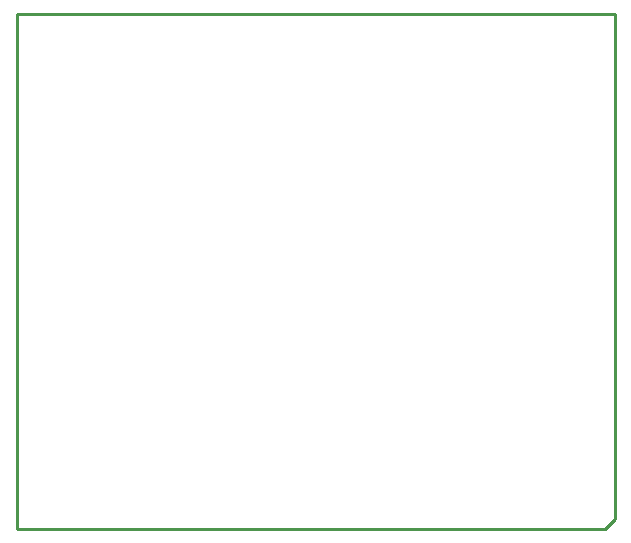
<source format=gko>
%FSLAX25Y25*%
%MOIN*%
G70*
G01*
G75*
G04 Layer_Color=16711935*
%ADD10R,0.03937X0.03937*%
G04:AMPARAMS|DCode=11|XSize=83mil|YSize=55mil|CornerRadius=13.75mil|HoleSize=0mil|Usage=FLASHONLY|Rotation=90.000|XOffset=0mil|YOffset=0mil|HoleType=Round|Shape=RoundedRectangle|*
%AMROUNDEDRECTD11*
21,1,0.08300,0.02750,0,0,90.0*
21,1,0.05550,0.05500,0,0,90.0*
1,1,0.02750,0.01375,0.02775*
1,1,0.02750,0.01375,-0.02775*
1,1,0.02750,-0.01375,-0.02775*
1,1,0.02750,-0.01375,0.02775*
%
%ADD11ROUNDEDRECTD11*%
%ADD12R,0.03150X0.05118*%
%ADD13R,0.05118X0.03150*%
%ADD14R,0.03740X0.03937*%
%ADD15R,0.03937X0.03740*%
%ADD16R,0.03937X0.03937*%
%ADD17C,0.01500*%
%ADD18C,0.02000*%
%ADD19R,0.05906X0.05906*%
%ADD20C,0.05906*%
%ADD21C,0.12500*%
%ADD22C,0.05000*%
%ADD23O,0.08071X0.02362*%
%ADD24O,0.02362X0.08071*%
G04:AMPARAMS|DCode=25|XSize=82.68mil|YSize=62.99mil|CornerRadius=15.75mil|HoleSize=0mil|Usage=FLASHONLY|Rotation=180.000|XOffset=0mil|YOffset=0mil|HoleType=Round|Shape=RoundedRectangle|*
%AMROUNDEDRECTD25*
21,1,0.08268,0.03150,0,0,180.0*
21,1,0.05118,0.06299,0,0,180.0*
1,1,0.03150,-0.02559,0.01575*
1,1,0.03150,0.02559,0.01575*
1,1,0.03150,0.02559,-0.01575*
1,1,0.03150,-0.02559,-0.01575*
%
%ADD25ROUNDEDRECTD25*%
G04:AMPARAMS|DCode=26|XSize=70.87mil|YSize=74.8mil|CornerRadius=17.72mil|HoleSize=0mil|Usage=FLASHONLY|Rotation=180.000|XOffset=0mil|YOffset=0mil|HoleType=Round|Shape=RoundedRectangle|*
%AMROUNDEDRECTD26*
21,1,0.07087,0.03937,0,0,180.0*
21,1,0.03543,0.07480,0,0,180.0*
1,1,0.03543,-0.01772,0.01969*
1,1,0.03543,0.01772,0.01969*
1,1,0.03543,0.01772,-0.01969*
1,1,0.03543,-0.01772,-0.01969*
%
%ADD26ROUNDEDRECTD26*%
G04:AMPARAMS|DCode=27|XSize=15.75mil|YSize=53.15mil|CornerRadius=3.94mil|HoleSize=0mil|Usage=FLASHONLY|Rotation=180.000|XOffset=0mil|YOffset=0mil|HoleType=Round|Shape=RoundedRectangle|*
%AMROUNDEDRECTD27*
21,1,0.01575,0.04528,0,0,180.0*
21,1,0.00787,0.05315,0,0,180.0*
1,1,0.00787,-0.00394,0.02264*
1,1,0.00787,0.00394,0.02264*
1,1,0.00787,0.00394,-0.02264*
1,1,0.00787,-0.00394,-0.02264*
%
%ADD27ROUNDEDRECTD27*%
G04:AMPARAMS|DCode=28|XSize=74.8mil|YSize=74.8mil|CornerRadius=18.7mil|HoleSize=0mil|Usage=FLASHONLY|Rotation=180.000|XOffset=0mil|YOffset=0mil|HoleType=Round|Shape=RoundedRectangle|*
%AMROUNDEDRECTD28*
21,1,0.07480,0.03740,0,0,180.0*
21,1,0.03740,0.07480,0,0,180.0*
1,1,0.03740,-0.01870,0.01870*
1,1,0.03740,0.01870,0.01870*
1,1,0.03740,0.01870,-0.01870*
1,1,0.03740,-0.01870,-0.01870*
%
%ADD28ROUNDEDRECTD28*%
%ADD29R,0.04724X0.07677*%
%ADD30R,0.09449X0.03937*%
%ADD31R,0.09449X0.12992*%
%ADD32C,0.01000*%
%ADD33C,0.00787*%
%ADD34C,0.00100*%
%ADD35R,0.04737X0.04737*%
G04:AMPARAMS|DCode=36|XSize=91mil|YSize=63mil|CornerRadius=17.75mil|HoleSize=0mil|Usage=FLASHONLY|Rotation=90.000|XOffset=0mil|YOffset=0mil|HoleType=Round|Shape=RoundedRectangle|*
%AMROUNDEDRECTD36*
21,1,0.09100,0.02750,0,0,90.0*
21,1,0.05550,0.06300,0,0,90.0*
1,1,0.03550,0.01375,0.02775*
1,1,0.03550,0.01375,-0.02775*
1,1,0.03550,-0.01375,-0.02775*
1,1,0.03550,-0.01375,0.02775*
%
%ADD36ROUNDEDRECTD36*%
%ADD37R,0.03950X0.05918*%
%ADD38R,0.05918X0.03950*%
%ADD39R,0.04540X0.04737*%
%ADD40R,0.04737X0.04540*%
%ADD41R,0.04737X0.04737*%
%ADD42R,0.06706X0.06706*%
%ADD43C,0.06706*%
%ADD44C,0.13300*%
%ADD45C,0.05800*%
%ADD46O,0.08871X0.03162*%
%ADD47O,0.03162X0.08871*%
G04:AMPARAMS|DCode=48|XSize=90.68mil|YSize=70.99mil|CornerRadius=19.75mil|HoleSize=0mil|Usage=FLASHONLY|Rotation=180.000|XOffset=0mil|YOffset=0mil|HoleType=Round|Shape=RoundedRectangle|*
%AMROUNDEDRECTD48*
21,1,0.09068,0.03150,0,0,180.0*
21,1,0.05118,0.07099,0,0,180.0*
1,1,0.03950,-0.02559,0.01575*
1,1,0.03950,0.02559,0.01575*
1,1,0.03950,0.02559,-0.01575*
1,1,0.03950,-0.02559,-0.01575*
%
%ADD48ROUNDEDRECTD48*%
G04:AMPARAMS|DCode=49|XSize=78.87mil|YSize=82.8mil|CornerRadius=21.72mil|HoleSize=0mil|Usage=FLASHONLY|Rotation=180.000|XOffset=0mil|YOffset=0mil|HoleType=Round|Shape=RoundedRectangle|*
%AMROUNDEDRECTD49*
21,1,0.07887,0.03937,0,0,180.0*
21,1,0.03543,0.08280,0,0,180.0*
1,1,0.04343,-0.01772,0.01969*
1,1,0.04343,0.01772,0.01969*
1,1,0.04343,0.01772,-0.01969*
1,1,0.04343,-0.01772,-0.01969*
%
%ADD49ROUNDEDRECTD49*%
G04:AMPARAMS|DCode=50|XSize=23.75mil|YSize=61.15mil|CornerRadius=7.94mil|HoleSize=0mil|Usage=FLASHONLY|Rotation=180.000|XOffset=0mil|YOffset=0mil|HoleType=Round|Shape=RoundedRectangle|*
%AMROUNDEDRECTD50*
21,1,0.02375,0.04528,0,0,180.0*
21,1,0.00787,0.06115,0,0,180.0*
1,1,0.01587,-0.00394,0.02264*
1,1,0.01587,0.00394,0.02264*
1,1,0.01587,0.00394,-0.02264*
1,1,0.01587,-0.00394,-0.02264*
%
%ADD50ROUNDEDRECTD50*%
G04:AMPARAMS|DCode=51|XSize=82.8mil|YSize=82.8mil|CornerRadius=22.7mil|HoleSize=0mil|Usage=FLASHONLY|Rotation=180.000|XOffset=0mil|YOffset=0mil|HoleType=Round|Shape=RoundedRectangle|*
%AMROUNDEDRECTD51*
21,1,0.08280,0.03740,0,0,180.0*
21,1,0.03740,0.08280,0,0,180.0*
1,1,0.04540,-0.01870,0.01870*
1,1,0.04540,0.01870,0.01870*
1,1,0.04540,0.01870,-0.01870*
1,1,0.04540,-0.01870,-0.01870*
%
%ADD51ROUNDEDRECTD51*%
%ADD52R,0.05524X0.08477*%
%ADD53R,0.10249X0.04737*%
%ADD54R,0.10249X0.13792*%
%ADD55C,0.02362*%
%ADD56C,0.00984*%
%ADD57C,0.00394*%
D32*
X147600Y132500D02*
Y303900D01*
X347000D01*
Y135700D02*
Y303900D01*
X147600Y132500D02*
X343800D01*
X347000Y135700D01*
M02*

</source>
